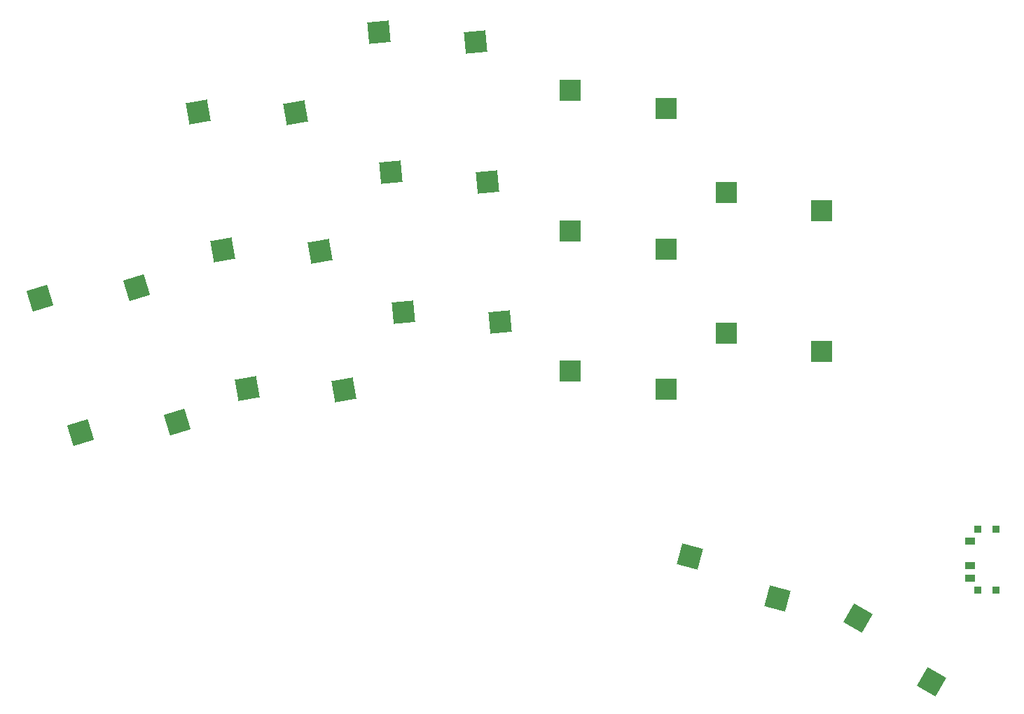
<source format=gbp>
%TF.GenerationSoftware,KiCad,Pcbnew,(6.0.4-0)*%
%TF.CreationDate,2022-05-16T08:39:31+02:00*%
%TF.ProjectId,battoota,62617474-6f6f-4746-912e-6b696361645f,v1.0.0*%
%TF.SameCoordinates,Original*%
%TF.FileFunction,Paste,Bot*%
%TF.FilePolarity,Positive*%
%FSLAX46Y46*%
G04 Gerber Fmt 4.6, Leading zero omitted, Abs format (unit mm)*
G04 Created by KiCad (PCBNEW (6.0.4-0)) date 2022-05-16 08:39:31*
%MOMM*%
%LPD*%
G01*
G04 APERTURE LIST*
G04 Aperture macros list*
%AMRotRect*
0 Rectangle, with rotation*
0 The origin of the aperture is its center*
0 $1 length*
0 $2 width*
0 $3 Rotation angle, in degrees counterclockwise*
0 Add horizontal line*
21,1,$1,$2,0,0,$3*%
G04 Aperture macros list end*
%ADD10RotRect,2.600000X2.600000X10.000000*%
%ADD11RotRect,2.600000X2.600000X5.000000*%
%ADD12R,2.600000X2.600000*%
%ADD13RotRect,2.600000X2.600000X330.000000*%
%ADD14R,0.900000X0.900000*%
%ADD15R,1.250000X0.900000*%
%ADD16RotRect,2.600000X2.600000X17.000000*%
%ADD17RotRect,2.600000X2.600000X345.000000*%
G04 APERTURE END LIST*
D10*
%TO.C,S11*%
X67128658Y110035975D03*
X78885213Y109875035D03*
%TD*%
D11*
%TO.C,S15*%
X90440529Y102756090D03*
X102138320Y101571111D03*
%TD*%
D12*
%TO.C,S21*%
X112136087Y95636017D03*
X123686087Y93436017D03*
%TD*%
%TO.C,S29*%
X130943280Y100228852D03*
X142493280Y98028852D03*
%TD*%
D13*
%TO.C,S33*%
X146915431Y48760931D03*
X155818024Y41080675D03*
%TD*%
D10*
%TO.C,S7*%
X73032696Y76552511D03*
X84789251Y76391571D03*
%TD*%
D14*
%TO.C,T2*%
X163600140Y52144619D03*
X163600140Y59544619D03*
X161400140Y52144619D03*
X161400140Y59544619D03*
D15*
X160425140Y58094619D03*
X160425140Y55094619D03*
X160425140Y53594619D03*
%TD*%
D16*
%TO.C,S5*%
X47970749Y87462459D03*
X59659287Y88735482D03*
%TD*%
D12*
%TO.C,S27*%
X130943280Y83228852D03*
X142493280Y81028852D03*
%TD*%
D10*
%TO.C,S9*%
X70080677Y93294243D03*
X81837232Y93133303D03*
%TD*%
D11*
%TO.C,S13*%
X91922177Y85820780D03*
X103619968Y84635801D03*
%TD*%
%TO.C,S17*%
X88958882Y119691400D03*
X100656673Y118506421D03*
%TD*%
D17*
%TO.C,S31*%
X126615631Y56243996D03*
X137202673Y51129599D03*
%TD*%
D16*
%TO.C,S3*%
X52941068Y71205278D03*
X64629606Y72478301D03*
%TD*%
D12*
%TO.C,S23*%
X112136087Y112636017D03*
X123686087Y110436017D03*
%TD*%
%TO.C,S19*%
X112136087Y78636017D03*
X123686087Y76436017D03*
%TD*%
M02*

</source>
